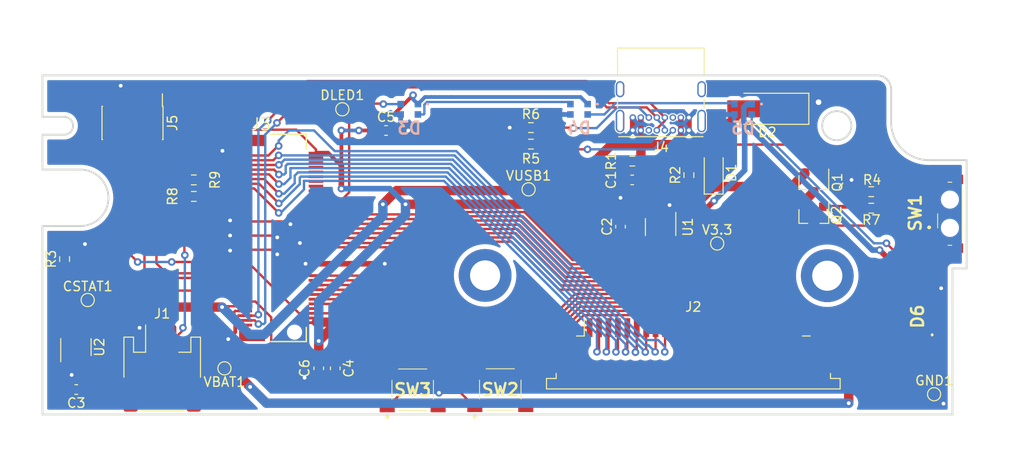
<source format=kicad_pcb>
(kicad_pcb (version 20221018) (generator pcbnew)
  (layers (0 "F.Cu" signal) (31 "B.Cu" signal) (34 "B.Paste" user) (35 "F.Paste" user) (36 "B.SilkS" user "B.Silkscreen") (37 "F.SilkS" user "F.Silkscreen") (38 "B.Mask" user) (39 "F.Mask" user) (44 "Edge.Cuts" user))
  (net 0 "")
  (net 1 "Net-(D1-K)")
  (net 2 "Net-(D3-DOUT)")
  (net 3 "Net-(D4-DOUT)")
  (net 4 "Net-(D5-DOUT)")
  (net 8 "GND")
  (net 10 "VBAT")
  (net 11 "DLED")
  (net 14 "Net-(J4-CC1)")
  (net 16 "COL15")
  (net 17 "COL14")
  (net 18 "COL13")
  (net 19 "COL12")
  (net 20 "COL11")
  (net 21 "COL10")
  (net 22 "COL9")
  (net 23 "COL8")
  (net 24 "COL7")
  (net 25 "COL6")
  (net 26 "COL5")
  (net 27 "COL4")
  (net 28 "COL3")
  (net 29 "COL2")
  (net 30 "ROW8")
  (net 31 "ROW7")
  (net 32 "ROW6")
  (net 33 "ROW5")
  (net 34 "ROW4")
  (net 35 "ROW3")
  (net 36 "ROW2")
  (net 37 "ROW1")
  (net 38 "COL1")
  (net 39 "VDIV")
  (net 40 "SWDIO")
  (net 41 "SWDCLK")
  (net 42 "CSTAT")
  (net 43 "BOOT")
  (net 44 "RESET")
  (net 45 "D-")
  (net 46 "D+")
  (net 47 "Net-(J4-CC2)")
  (net 52 "Net-(Q1-D)")
  (net 53 "Net-(Q2-G)")
  (net 54 "Net-(U1-CE)")
  (net 55 "Net-(U2-PROG)")
  (net 56 "Net-(SW1-C)")
  (net 57 "+3V3")
  (net 58 "+BATT")
  (net 59 "VBUS")
  (net 60 "/SWO")
  (net 63 "/CPU/P1.09")
  (net 64 "/CPU/P1.03")
  (net 65 "/CPU/P1.10")
  (net 66 "/CPU/P0.16")
  (net 67 "/CPU/P0.25")
  (net 68 "/CPU/P1.01")
  (net 69 "/CPU/P0.24")
  (net 70 "/CPU/P0.20")
  (net 71 "/CPU/P0.28(AIN4)")
  (footprint "Package_TO_SOT_SMD:SOT-23-5_HandSoldering" (layer "F.Cu") (at 79.25 93.25 90)
    (fp_text reference "U2")
    (fp_text value "MCP73831-2-OT")
  )
  (footprint "Connector_JST:JST_PH_S2B-PH-SM4-TB_1x02-1MP_P2.00mm_Horizontal" (layer "F.Cu") (at 88.4 95.5)
    (fp_text reference "J1")
    (fp_text value "JST-PH 2")
  )
  (footprint "Connector_FFC-FPC:TE_2-84952-3_1x23-1MP_P1.0mm_Horizontal" (layer "F.Cu") (at 144.72 92.98)
    (fp_text reference "J2")
    (fp_text value "Conn_01x23")
  )
  (footprint "SparkFun MicroMod:M.2-CONNECTOR-E" (layer "F.Cu") (at 102.43 81.66 -90)
    (fp_text reference "J3")
    (fp_text value "MicroMod-M.2E" hide)
  )
  (footprint "Capacitor_SMD:C_0603_1608Metric_Pad1.08x0.95mm_HandSolder" (layer "F.Cu") (at 112.1375 70.25)
    (fp_text reference "C5")
    (fp_text value "0.1uF")
  )
  (footprint "LibraryLoader:WS28122020" (layer "F.Cu") (at 170.6 90 -90)
    (fp_text reference "D6")
    (fp_text value "WS2812B" hide)
  )
  (footprint "Resistor_SMD:R_0603_1608Metric_Pad0.98x0.95mm_HandSolder" (layer "F.Cu") (at 78.05 83.9 90)
    (fp_text reference "R3")
    (fp_text value "RProg")
  )
  (footprint "Resistor_SMD:R_0603_1608Metric_Pad0.98x0.95mm_HandSolder" (layer "F.Cu") (at 127.5 69.95)
    (fp_text reference "R6")
    (fp_text value "5.1k 20%")
  )
  (footprint "LibraryLoader:EG1215AA" (layer "F.Cu") (at 171.93 79.09 90)
    (fp_text reference "SW1")
    (fp_text value "EG1215AA" hide)
  )
  (footprint "LibraryLoader:MJTP1140AAUTR - Fixed" (layer "F.Cu") (at 124.25 97.75)
    (fp_text reference "SW2")
    (fp_text value "SW_Push" hide)
  )
  (footprint "LibraryLoader:MJTP1140AAUTR - Fixed" (layer "F.Cu") (at 114.96 97.77)
    (fp_text reference "SW3")
    (fp_text value "SW_Push" hide)
  )
  (footprint "Resistor_SMD:R_0603_1608Metric_Pad0.98x0.95mm_HandSolder" (layer "F.Cu") (at 91.75 77.25)
    (fp_text reference "R8")
    (fp_text value "100K")
  )
  (footprint "Connector_USB:USB_C_Receptacle_GCT_USB4085" (layer "F.Cu") (at 144.25 70.23 180)
    (fp_text reference "J4")
    (fp_text value "USB_C_Receptacle_USB2.0")
  )
  (footprint "Package_TO_SOT_SMD:SOT-23" (layer "F.Cu") (at 157.5 79.35 -90)
    (fp_text reference "Q2")
    (fp_text value "Q_NMOS_DGS")
  )
  (footprint "Connector_PinHeader_1.27mm:PinHeader_2x05_P1.27mm_Vertical_SMD" (layer "F.Cu") (at 85.25 69.45 -90)
    (fp_text reference "J5")
    (fp_text value "Conn_ARM_JTAG_SWD_10")
  )
  (footprint "Diode_SMD:D_SMA_Handsoldering" (layer "F.Cu") (at 152.57 67.95 180)
    (fp_text reference "D2")
    (fp_text value "TVS 5V")
  )
  (footprint "Capacitor_SMD:C_0603_1608Metric_Pad1.08x0.95mm_HandSolder" (layer "F.Cu") (at 79.2875 97.75 180)
    (fp_text reference "C3")
    (fp_text value "10uF")
  )
  (footprint "Resistor_SMD:R_0603_1608Metric_Pad0.98x0.95mm_HandSolder" (layer "F.Cu") (at 91.75 75.5 180)
    (fp_text reference "R9")
    (fp_text value "100K")
  )
  (footprint "Capacitor_SMD:C_0603_1608Metric_Pad1.08x0.95mm_HandSolder" (layer "F.Cu") (at 106.75 95.5 -90)
    (fp_text reference "C4")
    (fp_text value "10uF")
  )
  (footprint "Resistor_SMD:R_0603_1608Metric_Pad0.98x0.95mm_HandSolder" (layer "F.Cu") (at 163.5875 78.5)
    (fp_text reference "R7")
    (fp_text value "100")
  )
  (footprint "Capacitor_SMD:C_0603_1608Metric_Pad1.08x0.95mm_HandSolder" (layer "F.Cu") (at 138.2375 75.5 180)
    (fp_text reference "C1")
    (fp_text value "10uF")
  )
  (footprint "Package_TO_SOT_SMD:SOT-23-5" (layer "F.Cu") (at 141.25 80.5 -90)
    (fp_text reference "U1")
    (fp_text value "XC6220B331MR")
  )
  (footprint "Capacitor_SMD:C_0603_1608Metric_Pad1.08x0.95mm_HandSolder" (layer "F.Cu") (at 137 80.4625 90)
    (fp_text reference "C2")
    (fp_text value "4.7uF")
  )
  (footprint "Resistor_SMD:R_0603_1608Metric_Pad0.98x0.95mm_HandSolder" (layer "F.Cu") (at 144.25 74.99 90)
    (fp_text reference "R2")
    (fp_text value "100K")
  )
  (footprint "Package_TO_SOT_SMD:SOT-23" (layer "F.Cu") (at 157.5 75.75 -90)
    (fp_text reference "Q1")
    (fp_text value "PMost Enc FET -20V")
  )
  (footprint "Capacitor_SMD:C_0603_1608Metric_Pad1.08x0.95mm_HandSolder" (layer "F.Cu") (at 105 95.5 -90)
    (fp_text reference "C6")
    (fp_text value "0.1uF")
  )
  (footprint "Resistor_SMD:R_0603_1608Metric_Pad0.98x0.95mm_HandSolder" (layer "F.Cu") (at 138.25 73.5 180)
    (fp_text reference "R1")
    (fp_text value "100K")
  )
  (footprint "Diode_SMD:D_SOD-123F" (layer "F.Cu") (at 146.88 74.8 90)
    (fp_text reference "D1")
    (fp_text value "MBR1020VL")
  )
  (footprint "Resistor_SMD:R_0603_1608Metric_Pad0.98x0.95mm_HandSolder" (layer "F.Cu") (at 127.5 71.7)
    (fp_text reference "R5")
    (fp_text value "5.1k 20%")
  )
  (footprint "MountingHole:MountingHole_3.2mm_M3_DIN965_Pad" (layer "F.Cu") (at 122.642658 85.639497)
    (fp_text reference "REF**" hide)
    (fp_text value "MountingHole_3.2mm_M3_DIN965_Pad" hide)
  )
  (footprint "MountingHole:MountingHole_3.2mm_M3_DIN965_Pad" (layer "F.Cu") (at 158.924732 85.669661)
    (fp_text reference "REF**" hide)
    (fp_text value "MountingHole_3.2mm_M3_DIN965_Pad" hide)
  )
  (footprint "TestPoint:TestPoint_Pad_D1.0mm" (layer "F.Cu") (at 107.5 68 180)
    (fp_text reference "DLED1")
    (fp_text value "T_DLED")
  )
  (footprint "TestPoint:TestPoint_Pad_D1.0mm" (layer "F.Cu") (at 95 95.5 180)
    (fp_text reference "VBAT1")
    (fp_text value "T_VBAT")
  )
  (footprint "TestPoint:TestPoint_Pad_D1.0mm" (layer "F.Cu") (at 80.5 88.25)
    (fp_text reference "CSTAT1")
    (fp_text value "T_CSTAT")
  )
  (footprint "TestPoint:TestPoint_Pad_D1.0mm" (layer "F.Cu") (at 170.25 98.25)
    (fp_text reference "GND1")
    (fp_text value "T_GND")
  )
  (footprint "TestPoint:TestPoint_Pad_D1.0mm" (layer "F.Cu") (at 127.25 76.5)
    (fp_text reference "VUSB1")
    (fp_text value "T_VUSB")
  )
  (footprint "TestPoint:TestPoint_Pad_D1.0mm" (layer "F.Cu") (at 147.25 82.25)
    (fp_text reference "V3.3")
    (fp_text value "T_V3.3")
  )
  (footprint "Resistor_SMD:R_0603_1608Metric_Pad0.98x0.95mm_HandSolder" (layer "F.Cu") (at 163.5875 76.75 180)
    (fp_text reference "R4")
    (fp_text value "100M")
  )
  (footprint "LibraryLoader:WS28122020" (layer "B.Cu") (at 114.6 68)
    (fp_text reference "D3")
    (fp_text value "WS2812B" hide)
  )
  (footprint "LibraryLoader:WS28122020" (layer "B.Cu") (at 132.6 68)
    (fp_text reference "D4")
    (fp_text value "WS2812B" hide)
  )
  (footprint "LibraryLoader:WS28122020" (layer "B.Cu") (at 150 68)
    (fp_text reference "D5")
    (fp_text value "WS2812B" hide)
  )
  (gr_line (start 172.2 100.4) (end 75.7 100.4) (stroke (width 0.2)) (layer "Edge.Cuts"))
  (gr_line (start 75.7 64.4) (end 164.2 64.4) (stroke (width 0.2)) (layer "Edge.Cuts"))
  (gr_line (start 165.7 65.9) (end 165.7 69.4) (stroke (width 0.2)) (layer "Edge.Cuts"))
  (gr_line (start 75.7 68.8) (end 78 68.8) (stroke (width 0.2)) (layer "Edge.Cuts"))
  (gr_line (start 79.7 74.4) (end 75.7 74.4) (stroke (width 0.2)) (layer "Edge.Cuts"))
  (gr_line (start 169.7 73.4) (end 173.7 73.4) (stroke (width 0.2)) (layer "Edge.Cuts"))
  (gr_arc (start 169.7 73.4) (mid 166.871573 72.228427) (end 165.7 69.4) (stroke (width 0.2)) (layer "Edge.Cuts"))
  (gr_line (start 172.2 84.9) (end 172.2 100.4) (stroke (width 0.2)) (layer "Edge.Cuts"))
  (gr_circle (center 159.934218 69.74357) (end 161.484218 69.74357) (stroke (width 0.2)) (fill none) (layer "Edge.Cuts"))
  (gr_line (start 75.7 100.4) (end 75.7 80.4) (stroke (width 0.2)) (layer "Edge.Cuts"))
  (gr_line (start 75.7 74.4) (end 75.7 70.7) (stroke (width 0.2)) (layer "Edge.Cuts"))
  (gr_arc (start 79.7 74.4) (mid 82.7 77.4) (end 79.7 80.4) (stroke (width 0.2)) (layer "Edge.Cuts"))
  (gr_line (start 75.7 64.4) (end 75.7 68.8) (stroke (width 0.2)) (layer "Edge.Cuts"))
  (gr_arc (start 77.999999 68.800001) (mid 78.949999 69.749999) (end 78.000001 70.699999) (stroke (width 0.2)) (layer "Edge.Cuts"))
  (gr_arc (start 164.2 64.4) (mid 165.26066 64.83934) (end 165.7 65.9) (stroke (width 0.2)) (layer "Edge.Cuts"))
  (gr_line (start 78 70.7) (end 75.7 70.7) (stroke (width 0.2)) (layer "Edge.Cuts"))
  (gr_line (start 173.7 84.9) (end 172.2 84.9) (stroke (width 0.2)) (layer "Edge.Cuts"))
  (gr_line (start 173.7 73.4) (end 173.7 84.9) (stroke (width 0.2)) (layer "Edge.Cuts"))
  (gr_line (start 75.7 80.4) (end 79.7 80.4) (stroke (width 0.2)) (layer "Edge.Cuts"))
  (segment (start 170.05 89.085) (end 170.05 87.075) (width 0.25) (layer "F.Cu") (net 0))
  (segment (start 170.05 87.075) (end 165.2 82.225) (width 0.25) (layer "F.Cu") (net 0))
  (segment (start 135.282083 68.55) (end 136.476123 67.35596) (width 0.25) (layer "B.Cu") (net 0))
  (segment (start 116.2 68.465) (end 116.2 67.507476) (width 0.25) (layer "B.Cu") (net 0))
  (segment (start 115.515 68.55) (end 116.115 68.55) (width 0.25) (layer "B.Cu") (net 0))
  (segment (start 163.873894 82.225) (end 150.915 69.266106) (width 0.25) (layer "B.Cu") (net 0))
  (segment (start 136.476123 67.35596) (end 148.99096 67.35596) (width 0.25) (layer "B.Cu") (net 0))
  (segment (start 133.515 68.55) (end 135.282083 68.55) (width 0.25) (layer "B.Cu") (net 0))
  (segment (start 165.2 82.225) (end 163.873894 82.225) (width 0.25) (layer "B.Cu") (net 0))
  (segment (start 150.915 69.266106) (end 150.915 68.55) (width 0.25) (layer "B.Cu") (net 0))
  (segment (start 131.460009 67.225009) (end 131.685 67.45) (width 0.25) (layer "B.Cu") (net 0))
  (segment (start 148.99096 67.35596) (end 149.085 67.45) (width 0.25) (layer "B.Cu") (net 0))
  (segment (start 116.115 68.55) (end 116.2 68.465) (width 0.25) (layer "B.Cu") (net 0))
  (segment (start 116.2 67.507476) (end 116.482467 67.225009) (width 0.25) (layer "B.Cu") (net 0))
  (segment (start 116.482467 67.225009) (end 131.460009 67.225009) (width 0.25) (layer "B.Cu") (net 0))
  (segment (start 155.176047 76.2) (end 146.88 76.2) (width 1) (layer "F.Cu") (net 1))
  (segment (start 156.55 74.75) (end 156.55 74.826047) (width 1) (layer "F.Cu") (net 1))
  (segment (start 144.99 73.99) (end 144.25 73.99) (width 0.4) (layer "F.Cu") (net 1))
  (segment (start 143.68 79.4) (end 146.88 76.2) (width 1) (layer "F.Cu") (net 1))
  (segment (start 156.55 74.826047) (end 155.176047 76.2) (width 1) (layer "F.Cu") (net 1))
  (segment (start 140.785 73.99) (end 139.275 75.5) (width 0.4) (layer "F.Cu") (net 1))
  (segment (start 146.88 75.88) (end 144.99 73.99) (width 0.4) (layer "F.Cu") (net 1))
  (segment (start 143.68 79.4) (end 142.275001 79.4) (width 1) (layer "F.Cu") (net 1))
  (segment (start 146.88 76.2) (end 146.88 75.88) (width 0.4) (layer "F.Cu") (net 1))
  (segment (start 144.25 73.99) (end 140.785 73.99) (width 0.4) (layer "F.Cu") (net 1))
  (segment (start 171.15 89.085) (end 171.15 87.15) (width 0.6) (layer "F.Cu") (net 4))
  (segment (start 171.15 87.15) (end 171 87) (width 0.6) (layer "F.Cu") (net 4))
  (via (at 171 87) (size 0.8) (drill 0.4) (layers "F.Cu" "B.Cu") (net 4))
  (segment (start 94.79 72.41) (end 97.155 72.41) (width 0.25) (layer "F.Cu") (net 8))
  (segment (start 96.13 89.41) (end 96.054999 89.485001) (width 0.25) (layer "F.Cu") (net 8))
  (segment (start 117.75 98.1005) (end 113.7795 98.1005) (width 0.25) (layer "F.Cu") (net 8))
  (segment (start 83 65.5) (end 84 65.5) (width 0.25) (layer "F.Cu") (net 8))
  (segment (start 103.6375 96.3625) (end 103.5 96.5) (width 0.4) (layer "F.Cu") (net 8))
  (segment (start 141.25 79.4) (end 141.25 78.594998) (width 0.6) (layer "F.Cu") (net 8))
  (segment (start 137 77.4) (end 137 75.7) (width 1) (layer "F.Cu") (net 8))
  (segment (start 96.054999 89.485001) (end 96.054999 90.820001) (width 0.25) (layer "F.Cu") (net 8))
  (segment (start 97.155 82.91) (end 95.69 82.91) (width 0.25) (layer "F.Cu") (net 8))
  (segment (start 121.55 99.6) (end 120.0505 98.1005) (width 0.25) (layer "F.Cu") (net 8))
  (segment (start 137.2 77.2) (end 137 77.4) (width 0.4) (layer "F.Cu") (net 8))
  (segment (start 104.705 82.16) (end 103.04 82.16) (width 0.25) (layer "F.Cu") (net 8))
  (segment (start 97.155 79.91) (end 101.71 79.91) (width 0.25) (layer "F.Cu") (net 8))
  (segment (start 78.25 96.75) (end 78.8 96.2) (width 0.4) (layer "F.Cu") (net 8))
  (segment (start 96.144998 91.655002) (end 95.4 92.4) (width 0.4) (layer "F.Cu") (net 8))
  (segment (start 120.0505 98.1005) (end 117.75 98.1005) (width 0.25) (layer "F.Cu") (net 8))
  (segment (start 155.07 67.95) (end 157.3 67.95) (width 1.5) (layer "F.Cu") (net 8))
  (segment (start 95.69 82.91) (end 95.6 83) (width 0.25) (layer "F.Cu") (net 8))
  (segment (start 170.25 98.25) (end 171.25 99.25) (width 0.4) (layer "F.Cu") (net 8))
  (segment (start 100.41 81.41) (end 100.6 81.6) (width 0.25) (layer "F.Cu") (net 8))
  (segment (start 162.675 76.75) (end 162.675 76.675) (width 0.4) (layer "F.Cu") (net 8))
  (segment (start 85.25 65.75) (end 85 65.5) (width 0.25) (layer "F.Cu") (net 8))
  (segment (start 137.2 75.5) (end 137.2 73.55) (width 1) (layer "F.Cu") (net 8))
  (segment (start 105 96.3625) (end 103.6375 96.3625) (width 0.4) (layer "F.Cu") (net 8))
  (segment (start 97.155 81.41) (end 95.61 81.41) (width 0.25) (layer "F.Cu") (net 8))
  (segment (start 97.155 82.91) (end 100.11 82.91) (width 0.25) (layer "F.Cu") (net 8))
  (segment (start 82.71 67.5) (end 82.71 65.79) (width 0.25) (layer "F.Cu") (net 8))
  (segment (start 126.5875 69.95) (end 126.5875 71.7) (width 0.4) (layer "F.Cu") (net 8))
  (segment (start 95.61 81.41) (end 95.6 81.4) (width 0.25) (layer "F.Cu") (net 8))
  (segment (start 97.155 81.41) (end 100.41 81.41) (width 0.25) (layer "F.Cu") (net 8))
  (segment (start 103.6 84.4) (end 112 84.4) (width 0.6) (layer "F.Cu") (net 8))
  (segment (start 96.054999 90.820001) (end 96.144998 90.91) (width 0.25) (layer "F.Cu") (net 8))
  (segment (start 138.3 70.23) (end 138.3 68.88) (width 0.6) (layer "F.Cu") (net 8))
  (segment (start 103.04 82.16) (end 103 82.2) (width 0.25) (layer "F.Cu") (net 8))
  (segment (start 79.25 95.75) (end 78.8 96.2) (width 0.6) (layer "F.Cu") (net 8))
  (segment (start 157.3 67.95) (end 158 67.25) (width 1.5) (layer "F.Cu") (net 8))
  (segment (start 85.25 65.75) (end 85.25 67.5) (width 0.25) (layer "F.Cu") (net 8))
  (segment (start 97.155 89.41) (end 96.13 89.41) (width 0.25) (layer "F.Cu") (net 8))
  (segment (start 137.2 75.5) (end 137.2 77.2) (width 0.4) (layer "F.Cu") (net 8))
  (segment (start 87.4 92.65) (end 87.4 92.6) (width 1) (layer "F.Cu") (net 8))
  (segment (start 137 79.425) (end 137 77.4) (width 1) (layer "F.Cu") (net 8))
  (segment (start 90.8375 74.9125) (end 90.8375 75.5) (width 0.25) (layer "F.Cu") (net 8))
  (segment (start 85 65.5) (end 84 65.5) (width 0.25) (layer "F.Cu") (net 8))
  (segment (start 100.11 82.91) (end 100.6 83.4) (width 0.25) (layer "F.Cu") (net 8))
  (segment (start 93.34 72.41) (end 94.79 72.41) (width 0.25) (layer "F.Cu") (net 8))
  (segment (start 101.71 79.91) (end 102 80.2) (width 0.25) (layer "F.Cu") (net 8))
  (segment (start 141.675 78.169998) (end 142.2 78.169998) (width 0.6) (layer "F.Cu") (net 8))
  (segment (start 105 96.3625) (end 106.75 96.3625) (width 0.4) (layer "F.Cu") (net 8))
  (segment (start 113 70.25) (end 114.5 70.25) (width 0.4) (layer "F.Cu") (net 8))
  (segment (start 78.25 97.75) (end 78.25 96.75) (width 0.4) (layer "F.Cu") (net 8))
  (segment (start 144.25 70.23) (end 144.25 68.88) (width 0.6) (layer "F.Cu") (net 8))
  (segment (start 79.25 94.6) (end 79.25 95.75) (width 0.6) (layer "F.Cu") (net 8))
  (segment (start 86.52 67.5) (end 85.25 67.5) (width 0.25) (layer "F.Cu") (net 8))
  (segment (start 137 75.7) (end 137.2 75.5) (width 1) (layer "F.Cu") (net 8))
  (segment (start 93.34 72.41) (end 90.8375 74.9125) (width 0.25) (layer "F.Cu") (net 8))
  (segment (start 87.4 92.6) (end 86 91.2) (width 1) (layer "F.Cu") (net 8))
  (segment (start 97.155 90.91) (end 96.144998 90.91) (width 0.25) (layer "F.Cu") (net 8))
  (segment (start 125.25 69.95) (end 126.5875 69.95) (width 0.4) (layer "F.Cu") (net 8))
  (segment (start 80.21 82.31) (end 78.09 82.31) (width 0.4) (layer "F.Cu") (net 8))
  (segment (start 137.2 73.55) (end 137.25 73.5) (width 1) (layer "F.Cu") (net 8))
  (segment (start 141.25 78.594998) (end 141.675 78.169998) (width 0.6) (layer "F.Cu") (net 8))
  (segment (start 162.675 76.675) (end 161.5 75.5) (width 0.4) (layer "F.Cu") (net 8))
  (segment (start 95.71 79.91) (end 95.6 79.8) (width 0.25) (layer "F.Cu") (net 8))
  (segment (start 78.09 82.31) (end 78.05 82.35) (width 0.4) (layer "F.Cu") (net 8))
  (segment (start 97.155 79.91) (end 95.71 79.91) (width 0.25) (layer "F.Cu") (net 8))
  (segment (start 113.7795 98.1005) (end 112.26 99.62) (width 0.25) (layer "F.Cu") (net 8))
  (segment (start 96.144998 90.91) (end 96.144998 91.655002) (width 0.4) (layer "F.Cu") (net 8))
  (segment (start 82.71 65.79) (end 83 65.5) (width 0.25) (layer "F.Cu") (net 8))
  (via (at 114.5 70.25) (size 0.8) (drill 0.4) (layers "F.Cu" "B.Cu") (net 8))
  (via (at 84 65.5) (size 0.8) (drill 0.4) (layers "F.Cu" "B.Cu") (net 8))
  (via (at 78.8 96.2) (size 0.8) (drill 0.4) (layers "F.Cu" "B.Cu") (net 8))
  (via (at 171.25 99.25) (size 0.8) (drill 0.4) (layers "F.Cu" "B.Cu") (net 8))
  (via (at 161.5 75.5) (size 0.8) (drill 0.4) (layers "F.Cu" "B.Cu") (net 8))
  (via (at 137 77.4) (size 0.8) (drill 0.4) (layers "F.Cu" "B.Cu") (net 8))
  (via (at 103 82.2) (size 0.8) (drill 0.4) (layers "F.Cu" "B.Cu") (net 8))
  (via (at 100.6 83.4) (size 0.8) (drill 0.4) (layers "F.Cu" "B.Cu") (net 8))
  (via (at 95.6 81.4) (size 0.8) (drill 0.4) (layers "F.Cu" "B.Cu") (net 8))
  (via (at 125.25 69.95) (size 0.8) (drill 0.4) (layers "F.Cu" "B.Cu") (net 8))
  (via (at 95.4 92.4) (size 0.8) (drill 0.4) (layers "F.Cu" "B.Cu") (net 8))
  (via (at 100.6 81.6) (size 0.8) (drill 0.4) (layers "F.Cu" "B.Cu") (net 8))
  (via (at 80.21 82.31) (size 0.8) (drill 0.4) (layers "F.Cu" "B.Cu") (net 8))
  (via (at 117.75 98.1005) (size 0.8) (drill 0.4) (layers "F.Cu" "B.Cu") (net 8))
  (via (at 94.79 72.41) (size 0.8) (drill 0.4) (layers "F.Cu" "B.Cu") (net 8))
  (via (at 158 67.25) (size 1) (drill 0.6) (layers "F.Cu" "B.Cu") (net 8))
  (via (at 86 91.2) (size 0.8) (drill 0.4) (layers "F.Cu" "B.Cu") (net 8))
  (via (at 102 80.2) (size 0.8) (drill 0.4) (layers "F.Cu" "B.Cu") (net 8))
  (via (at 103.5 96.5) (size 0.8) (drill 0.4) (layers "F.Cu" "B.Cu") (net 8))
  (via (at 95.6 79.8) (size 0.8) (drill 0.4) (layers "F.Cu" "B.Cu") (net 8))
  (via (at 95.6 83) (size 0.8) (drill 0.4) (layers "F.Cu" "B.Cu") (net 8))
  (via (at 112 84.4) (size 0.8) (drill 0.4) (layers "F.Cu" "B.Cu") (net 8))
  (via (at 103.6 84.4) (size 0.8) (drill 0.4) (layers "F.Cu" "B.Cu") (net 8))
  (via (at 142.2 78.169998) (size 0.8) (drill 0.4) (layers "F.Cu" "B.Cu") (net 8))
  (segment (start 104.705 78.16) (end 106.886032 78.16) (width 0.25) (layer "F.Cu") (net 11))
  (segment (start 108.225001 68.774999) (end 108.225001 68.725001) (width 0.25) (layer "F.Cu") (net 11))
  (segment (start 109.6 67.4) (end 111.8 67.4) (width 0.25) (layer "F.Cu") (net 11))
  (segment (start 108.225001 76.821031) (end 108.225001 69.024999) (width 0.25) (layer "F.Cu") (net 11))
  (segment (start 108.225001 68.774999) (end 109.6 67.4) (width 0.25) (layer "F.Cu") (net 11))
  (segment (start 108.225001 69.024999) (end 108.225001 68.774999) (width 0.25) (layer "F.Cu") (net 11))
  (segment (start 111.8 67.4) (end 111.85 67.45) (width 0.25) (layer "F.Cu") (net 11))
  (segment (start 108.225001 68.725001) (end 107.5 68) (width 0.25) (layer "F.Cu") (net 11))
  (segment (start 106.886032 78.16) (end 108.225001 76.821031) (width 0.25) (layer "F.Cu") (net 11))
  (via (at 111.85 67.45) (size 0.8) (drill 0.4) (layers "F.Cu" "B.Cu") (net 11))
  (segment (start 111.85 67.45) (end 113.685 67.45) (width 0.25) (layer "B.Cu") (net 11))
  (segment (start 128.4125 71.7) (end 128.9625 72.25) (width 0.25) (layer "F.Cu") (net 14))
  (segment (start 128.9625 72.25) (end 133.5 72.25) (width 0.25) (layer "F.Cu") (net 14))
  (via (at 133.5 72.25) (size 0.8) (drill 0.4) (layers "F.Cu" "B.Cu") (net 14))
  (segment (start 141.027536 71.747536) (end 141.03 71.75) (width 0.25) (layer "B.Cu") (net 14))
  (segment (start 141.03 71.75) (end 142.55 70.23) (width 0.25) (layer "B.Cu") (net 14))
  (segment (start 133.5 72.25) (end 140.525072 72.25) (width 0.25) (layer "B.Cu") (net 14))
  (segment (start 140.525072 72.25) (end 141.027536 71.747536) (width 0.25) (layer "B.Cu") (net 14))
  (segment (start 149.74995 83.99995) (end 131.908544 83.99995) (width 0.25) (layer "F.Cu") (net 16))
  (segment (start 118.16 79.16) (end 104.705 79.16) (width 0.25) (layer "F.Cu") (net 16))
  (segment (start 155.72 91.18) (end 155.72 89.97) (width 0.25) (layer "F.Cu") (net 16))
  (segment (start 131.908544 83.99995) (end 126.818604 78.91001) (width 0.25) (layer "F.Cu") (net 16))
  (segment (start 118.40999 78.91001) (end 118.16 79.16) (width 0.25) (layer "F.Cu") (net 16))
  (segment (start 126.818604 78.91001) (end 118.40999 78.91001) (width 0.25) (layer "F.Cu") (net 16))
  (segment (start 155.72 89.97) (end 149.74995 83.99995) (width 0.25) (layer "F.Cu") (net 16))
  (segment (start 131.722144 84.44996) (end 127.261092 79.988908) (width 0.25) (layer "F.Cu") (net 17))
  (segment (start 127.261092 79.988908) (end 127.032166 79.759982) (width 0.25) (layer "F.Cu") (net 17))
  (segment (start 118.29641 79.66) (end 118.09 79.66) (width 0.25) (layer "F.Cu") (net 17))
  (segment (start 154.72 89.93) (end 149.23996 84.44996) (width 0.25) (layer "F.Cu") (net 17))
  (segment (start 127.261092 79.988908) (end 126.932184 79.66) (width 0.25) (layer "F.Cu") (net 17))
  (segment (start 118.09 79.66) (end 104.705 79.66) (width 0.25) (layer "F.Cu") (net 17))
  (segment (start 126.61002 79.36002) (end 118.59639 79.36002) (width 0.25) (layer "F.Cu") (net 17))
  (segment (start 118.59639 79.36002) (end 118.29641 79.66) (width 0.25) (layer "F.Cu") (net 17))
  (segment (start 127.032166 79.759982) (end 126.636092 79.363908) (width 0.25) (layer "F.Cu") (net 17))
  (segment (start 154.72 91.18) (end 154.72 89.93) (width 0.25) (layer "F.Cu") (net 17))
  (segment (start 149.23996 84.44996) (end 131.722144 84.44996) (width 0.25) (layer "F.Cu") (net 17))
  (segment (start 118.78279 79.81003) (end 118.43282 80.16) (width 0.25) (layer "F.Cu") (net 18))
  (segment (start 148.68997 84.89997) (end 131.535744 84.89997) (width 0.25) (layer "F.Cu") (net 18))
  (segment (start 153.72 89.93) (end 148.68997 84.89997) (width 0.25) (layer "F.Cu") (net 18))
  (segment (start 126.845765 80.209991) (end 126.445804 79.81003) (width 0.25) (layer "F.Cu") (net 18))
  (segment (start 118.09 80.16) (end 104.705 80.16) (width 0.25) (layer "F.Cu") (net 18))
  (segment (start 131.535744 84.89997) (end 126.845765 80.209991) (width 0.25) (layer "F.Cu") (net 18))
  (segment (start 153.72 91.18) (end 153.72 89.93) (width 0.25) (layer "F.Cu") (net 18))
  (segment (start 126.42362 79.81003) (end 118.78279 79.81003) (width 0.25) (layer "F.Cu") (net 18))
  (segment (start 118.43282 80.16) (end 118.09 80.16) (width 0.25) (layer "F.Cu") (net 18))
  (segment (start 118.96919 80.26004) (end 118.56923 80.66) (width 0.25) (layer "F.Cu") (net 19))
  (segment (start 117.84 80.66) (end 104.705 80.66) (width 0.25) (layer "F.Cu") (net 19))
  (segment (start 126.23722 80.26004) (end 118.96919 80.26004) (width 0.25) (layer "F.Cu") (net 19))
  (segment (start 118.56923 80.66) (end 117.84 80.66) (width 0.25) (layer "F.Cu") (net 19))
  (segment (start 148.09998 85.34998) (end 131.349344 85.34998) (width 0.25) (layer "F.Cu") (net 19))
  (segment (start 152.72 91.18) (end 152.72 89.97) (width 0.25) (layer "F.Cu") (net 19))
  (segment (start 131.349344 85.34998) (end 126.659364 80.66) (width 0.25) (layer "F.Cu") (net 19))
  (segment (start 126.659364 80.66) (end 126.259404 80.26004) (width 0.25) (layer "F.Cu") (net 19))
  (segment (start 152.72 89.97) (end 148.09998 85.34998) (width 0.25) (layer "F.Cu") (net 19))
  (segment (start 147.58999 85.79999) (end 131.162944 85.79999) (width 0.25) (layer "F.Cu") (net 20))
  (segment (start 126.472964 81.11001) (end 126.073004 80.71005) (width 0.25) (layer "F.Cu") (net 20))
  (segment (start 151.72 89.93) (end 147.58999 85.79999) (width 0.25) (layer "F.Cu") (net 20))
  (segment (start 126.05082 80.71005) (end 119.15559 80.71005) (width 0.25) (layer "F.Cu") (net 20))
  (segment (start 131.162944 85.79999) (end 126.472964 81.11001) (width 0.25) (layer "F.Cu") (net 20))
  (segment (start 118.16 81.16) (end 104.705 81.16) (width 0.25) (layer "F.Cu") (net 20))
  (segment (start 151.72 91.18) (end 151.72 89.93) (width 0.25) (layer "F.Cu") (net 20))
  (segment (start 119.15559 80.71005) (end 118.70564 81.16) (width 0.25) (layer "F.Cu") (net 20))
  (segment (start 118.70564 81.16) (end 118.16 81.16) (width 0.25) (layer "F.Cu") (net 20))
  (segment (start 125.886604 81.16006) (end 119.34199 81.16006) (width 0.25) (layer "F.Cu") (net 21))
  (segment (start 147.04 86.25) (end 130.976544 86.25) (width 0.25) (layer "F.Cu") (net 21))
  (segment (start 150.72 89.93) (end 147.04 86.25) (width 0.25) (layer "F.Cu") (net 21))
  (segment (start 119.34199 81.16006) (end 118.84205 81.66) (width 0.25) (layer "F.Cu") (net 21))
  (segment (start 118.84205 81.66) (end 118.41 81.66) (width 0.25) (layer "F.Cu") (net 21))
  (segment (start 130.976544 86.25) (end 125.886604 81.16006) (width 0.25) (layer "F.Cu") (net 21))
  (segment (start 118.41 81.66) (end 104.705 81.66) (width 0.25) (layer "F.Cu") (net 21))
  (segment (start 150.72 91.18) (end 150.72 89.93) (width 0.25) (layer "F.Cu") (net 21))
  (segment (start 146.704933 86.704933) (end 130.704933 86.704933) (width 0.25) (layer "F.Cu") (net 22))
  (segment (start 106.14 82.66) (end 104.705 82.66) (width 0.25) (layer "F.Cu") (net 22))
  (segment (start 118.93846 82.2) (end 106.6 82.2) (width 0.25) (layer "F.Cu") (net 22))
  (segment (start 119.52839 81.61007) (end 118.93846 82.2) (width 0.25) (layer "F.Cu") (net 22))
  (segment (start 130.704933 86.704933) (end 125.61007 81.61007) (width 0.25) (layer "F.Cu") (net 22))
  (segment (start 149.72 91.18) (end 149.72 89.72) (width 0.25) (layer "F.Cu") (net 22))
  (segment (start 106.6 82.2) (end 106.14 82.66) (width 0.25) (layer "F.Cu") (net 22))
  (segment (start 125.61007 81.61007) (end 119.52839 81.61007) (width 0.25) (layer "F.Cu") (net 22))
  (segment (start 149.72 89.72) (end 146.704933 86.704933) (width 0.25) (layer "F.Cu") (net 22))
  (segment (start 130.518532 87.154942) (end 125.42367 82.06008) (width 0.25) (layer "F.Cu") (net 23))
  (segment (start 148.72 89.72) (end 146.154943 87.154943) (width 0.25) (layer "F.Cu") (net 23))
  (segment (start 125.42367 82.06008) (end 119.71479 82.06008) (width 0.25) (layer "F.Cu") (net 23))
  (segment (start 106.27641 83.16) (end 104.705 83.16) (width 0.25) (layer "F.Cu") (net 23))
  (segment (start 106.7864 82.65001) (end 106.27641 83.16) (width 0.25) (layer "F.Cu") (net 23))
  (segment (start 146.154943 87.154943) (end 130.518532 87.154942) (width 0.25) (layer "F.Cu") (net 23))
  (segment (start 148.72 91.18) (end 148.72 89.72) (width 0.25) (layer "F.Cu") (net 23))
  (segment (start 119.71479 82.06008) (end 119.12486 82.65001) (width 0.25) (layer "F.Cu") (net 23))
  (segment (start 119.12486 82.65001) (end 106.7864 82.65001) (width 0.25) (layer "F.Cu") (net 23))
  (segment (start 132.181587 87.604952) (end 130.6316 89.154939) (width 0.25) (layer "F.Cu") (net 24))
  (segment (start 111.36056 85.66) (end 104.705 85.66) (width 0.25) (layer "F.Cu") (net 24))
  (segment (start 147.72 89.93) (end 145.394953 87.604953) (width 0.25) (layer "F.Cu") (net 24))
  (segment (start 130.6316 89.154939) (end 114.855499 89.154939) (width 0.25) (layer "F.Cu") (net 24))
  (segment (start 145.394953 87.604953) (end 132.181587 87.604952) (width 0.25) (layer "F.Cu") (net 24))
  (segment (start 147.72 91.18) (end 147.72 89.93) (width 0.25) (layer "F.Cu") (net 24))
  (segment (start 114.855499 89.154939) (end 111.36056 85.66) (width 0.25) (layer "F.Cu") (net 24))
  (segment (start 113.282075 88.217925) (end 111.22415 86.16) (width 0.25) (layer "F.Cu") (net 25))
  (segment (start 130.818 89.604949) (end 114.669099 89.604949) (width 0.25) (layer "F.Cu") (net 25))
  (segment (start 134.195038 88.054962) (end 132.367986 88.054963) (width 0.25) (layer "F.Cu") (net 25))
  (segment (start 132.367986 88.054963) (end 130.818 89.604949) (width 0.25) (layer "F.Cu") (net 25))
  (segment (start 134.195038 88.054962) (end 133.304962 88.054962) (width 0.25) (layer "F.Cu") (net 25))
  (segment (start 144.844962 88.054962) (end 134.195038 88.054962) (width 0.25) (layer "F.Cu") (net 25))
  (segment (start 111.22415 86.16) (end 104.705 86.16) (width 0.25) (layer "F.Cu") (net 25))
  (segment (start 146.72 91.18) (end 146.72 89.93) (width 0.25) (layer "F.Cu") (net 25))
  (segment (start 146.72 89.93) (end 144.844962 88.054962) (width 0.25) (layer "F.Cu") (net 25))
  (segment (start 133.304962 88.054962) (end 132.367986 88.054963) (width 0.25) (layer "F.Cu") (net 25))
  (segment (start 114.669099 89.604949) (end 113.282075 88.217925) (width 0.25) (layer "F.Cu") (net 25))
  (segment (start 131.0044 90.054959) (end 114.482699 90.054959) (width 0.25) (layer "F.Cu") (net 26))
  (segment (start 145.72 90.289998) (end 143.934973 88.504971) (width 0.25) (layer "F.Cu") (net 26))
  (segment (start 114.482699 90.054959) (end 111.08774 86.66) (width 0.25) (layer "F.Cu") (net 26))
  (segment (start 132.554387 88.504972) (end 131.0044 90.054959) (width 0.25) (layer "F.Cu") (net 26))
  (segment (start 145.72 91.18) (end 145.72 90.289998) (width 0.25) (layer "F.Cu") (net 26))
  (segment (start 143.934973 88.504971) (end 132.554387 88.504972) (width 0.25) (layer "F.Cu") (net 26))
  (segment (start 111.08774 86.66) (end 104.705 86.66) (width 0.25) (layer "F.Cu") (net 26))
  (segment (start 114.296299 90.504969) (end 110.95133 87.16) (width 0.25) (layer "F.Cu") (net 27))
  (segment (start 144.72 91.18) (end 144.72 89.93) (width 0.25) (layer "F.Cu") (net 27))
  (segment (start 110.95133 87.16) (end 104.705 87.16) (width 0.25) (layer "F.Cu") (net 27))
  (segment (start 144.72 89.93) (end 143.74498 88.95498) (width 0.25) (layer "F.Cu") (net 27))
  (segment (start 132.740788 88.954981) (end 131.1908 90.504969) (width 0.25) (layer "F.Cu") (net 27))
  (segment (start 143.74498 88.95498) (end 132.740788 88.954981) (width 0.25) (layer "F.Cu") (net 27))
  (segment (start 131.1908 90.504969) (end 114.296299 90.504969) (width 0.25) (layer "F.Cu") (net 27))
  (segment (start 133.34501 89.40499) (end 132.927189 89.40499) (width 0.25) (layer "F.Cu") (net 28))
  (segment (start 110.81492 87.66) (end 104.705 87.66) (width 0.25) (layer "F.Cu") (net 28))
  (segment (start 143.72 89.724988) (end 143.400001 89.404989) (width 0.25) (layer "F.Cu") (net 28))
  (segment (start 112.45246 89.29754) (end 110.81492 87.66) (width 0.25) (layer "F.Cu") (net 28))
  (segment (start 143.400001 89.404989) (end 133.34501 89.40499) (width 0.25) (layer "F.Cu") (net 28))
  (segment (start 114.109899 90.954979) (end 112.45246 89.29754) (width 0.25) (layer "F.Cu") (net 28))
  (segment (start 132.927189 89.40499) (end 131.3772 90.954979) (width 0.25) (layer "F.Cu") (net 28))
  (segment (start 131.3772 90.954979) (end 114.109899 90.954979) (width 0.25) (layer "F.Cu") (net 28))
  (segment (start 143.72 91.18) (end 143.72 89.724988) (width 0.25) (layer "F.Cu") (net 28))
  (segment (start 142.644999 89.854999) (end 133.11359 89.854999) (width 0.25) (layer "F.Cu") (net 29))
  (segment (start 131.5636 91.404989) (end 113.923499 91.404989) (width 0.25) (layer "F.Cu") (net 29))
  (segment (start 133.11359 89.854999) (end 131.5636 91.404989) (width 0.25) (layer "F.Cu") (net 29))
  (segment (start 113.923499 91.404989) (end 110.67851 88.16) (width 0.25) (layer "F.Cu") (net 29))
  (segment (start 110.67851 88.16) (end 104.705 88.16) (width 0.25) (layer "F.Cu") (net 29))
  (segment (start 142.72 89.93) (end 142.644999 89.854999) (width 0.25) (layer "F.Cu") (net 29))
  (segment (start 142.72 91.18) (end 142.72 89.93) (width 0.25) (layer "F.Cu") (net 29))
  (segment (start 99.660549 72.91) (end 100.674405 71.896144) (width 0.25) (layer "F.Cu") (net 30))
  (segment (start 141.72 91.18) (end 141.72 93.729528) (width 0.25) (layer "F.Cu") (net 30))
  (segment (start 100.674405 71.896144) (end 100.7503 71.896144) (width 0.25) (layer "F.Cu") (net 30))
  (segment (start 97.155 72.91) (end 99.660549 72.91) (width 0.25) (layer "F.Cu") (net 30))
  (segment (start 141.72 93.729528) (end 141.689706 93.759822) (width 0.25) (layer "F.Cu") (net 30))
  (via (at 141.689706 93.759822) (size 0.8) (drill 0.4) (layers "F.Cu" "B.Cu") (net 30))
  (via (at 100.7503 71.896144) (size 0.8) (drill 0.4) (layers "F.Cu" "B.Cu") (net 30))
  (segment (start 104.5 70.25) (end 106.696132 72.446132) (width 0.25) (layer "B.Cu") (net 30))
  (segment (start 140.995569 92.5) (end 141.689706 93.194137) (width 0.25) (layer "B.Cu") (net 30))
  (segment (start 100.7503 71.330459) (end 101.830759 70.25) (width 0.25) (layer "B.Cu") (net 30))
  (segment (start 101.830759 70.25) (end 104.5 70.25) (width 0.25) (layer "B.Cu") (net 30))
  (segment (start 106.696132 72.446132) (end 119.582542 72.446132) (width 0.25) (layer "B.Cu") (net 30))
  (segment (start 100.7503 71.896144) (end 100.7503 71.330459) (width 0.25) (layer "B.Cu") (net 30))
  (segment (start 119.582542 72.446132) (end 139.63641 92.5) (width 0.25) (layer "B.Cu") (net 30))
  (segment (start 139.63641 92.5) (end 140.995569 92.5) (width 0.25) (layer "B.Cu") (net 30))
  (segment (start 141.689706 93.194137) (end 141.689706 93.759822) (width 0.25) (layer "B.Cu") (net 30))
  (segment (start 140.72 93.704223) (end 140.668507 93.755716) (width 0.25) (layer "F.Cu") (net 31))
  (segment (start 97.155 73.41) (end 100.185187 73.41) (width 0.25) (layer "F.Cu") (net 31))
  (segment (start 140.72 91.18) (end 140.72 93.704223) (width 0.25) (layer "F.Cu") (net 31))
  (segment (start 100.699045 72.896142) (end 100.747409 72.896142) (width 0.25) (layer "F.Cu") (net 31))
  (segment (start 100.185187 73.41) (end 100.699045 72.896142) (width 0.25) (layer "F.Cu") (net 31))
  (via (at 140.668507 93.755716) (size 0.8) (drill 0.4) (layers "F.Cu" "B.Cu") (net 31))
  (via (at 100.747409 72.896142) (size 0.8) (drill 0.4) (layers "F.Cu" "B.Cu") (net 31))
  (segment (start 139.961969 93.049178) (end 140.668507 93.755716) (width 0.25) (layer "B.Cu") (net 31))
  (segment (start 119.353858 72.896142) (end 119.396142 72.896142) (width 0.25) (layer "B.Cu") (net 31))
  (segment (start 139.549178 93.049178) (end 139.961969 93.049178) (width 0.25) (layer "B.Cu") (net 31))
  (segment (start 119.396142 72.896142) (end 139.549178 93.049178) (width 0.25) (layer "B.Cu") (net 31))
  (segment (start 100.747409 72.896142) (end 119.353858 72.896142) (width 0.25) (layer "B.Cu") (net 31))
  (segment (start 139.72 91.18) (end 139.72 93.678918) (width 0.25) (layer "F.Cu") (net 32))
  (segment (start 97.155 73.91) (end 100.758189 73.91) (width 0.25) (layer "F.Cu") (net 32))
  (segment (start 100.758189 73.91) (end 100.772356 73.895833) (width 0.25) (layer "F.Cu") (net 32))
  (segment (start 139.72 93.678918) (end 139.624739 93.774179) (width 0.25) (layer "F.Cu") (net 32))
  (via (at 100.772356 73.895833) (size 0.8) (drill 0.4) (layers "F.Cu" "B.Cu") (net 32))
  (via (at 139.624739 93.774179) (size 0.8) (drill 0.4) (layers "F.Cu" "B.Cu") (net 32))
  (segment (start 100.772356 73.895833) (end 100.82072 73.895833) (width 0.25) (layer "B.Cu") (net 32))
  (segment (start 119.209343 73.346152) (end 139.624739 93.761548) (width 0.25) (layer "B.Cu") (net 32))
  (segment (start 101.370401 73.346152) (end 119.209343 73.346152) (width 0.25) (layer "B.Cu") (net 32))
  (segment (start 100.82072 73.895833) (end 101.370401 73.346152) (width 0.25) (layer "B.Cu") (net 32))
  (segment (start 139.624739 93.761548) (end 139.624739 93.774179) (width 0.25) (layer "B.Cu") (net 32))
  (segment (start 138.72 93.653613) (end 138.581901 93.791712) (width 0.25) (layer "F.Cu") (net 33))
  (segment (start 100.261221 74.41) (end 100.771125 74.919904) (width 0.25) (layer "F.Cu") (net 33))
  (segment (start 138.72 91.18) (end 138.72 93.653613) (width 0.25) (layer "F.Cu") (net 33))
  (segment (start 97.155 74.41) (end 100.261221 74.41) (width 0.25) (layer "F.Cu") (net 33))
  (via (at 138.581901 93.791712) (size 0.8) (drill 0.4) (layers "F.Cu" "B.Cu") (net 33))
  (via (at 100.771125 74.919904) (size 0.8) (drill 0.4) (layers "F.Cu" "B.Cu") (net 33))
  (segment (start 138.581901 93.35512) (end 138.581901 93.791712) (width 0.25) (layer "B.Cu") (net 33))
  (segment (start 101.33681 74.919904) (end 101.497357 74.759357) (width 0.25) (layer "B.Cu") (net 33))
  (segment (start 119.022943 73.796162) (end 138.581901 93.35512) (width 0.25) (layer "B.Cu") (net 33))
  (segment (start 101.703838 73.796162) (end 119.022943 73.796162) (width 0.25) (layer "B.Cu") (net 33))
  (segment (start 101.497357 74.002643) (end 101.703838 73.796162) (width 0.25) (layer "B.Cu") (net 33))
  (segment (start 100.771125 74.919904) (end 101.33681 74.919904) (width 0.25) (layer "B.Cu") (net 33))
  (segment (start 101.497357 74.759357) (end 101.497357 74.002643) (width 0.25) (layer "B.Cu") (net 33))
  (segment (start 99.735915 74.91) (end 100.767863 75.941948) (width 0.25) (layer "F.Cu") (net 34))
  (segment (start 137.581508 93.766799) (end 137.533811 93.766799) (width 0.25) (layer "F.Cu") (net 34))
  (segment (start 137.72 93.58061) (end 137.533811 93.766799) (width 0.25) (layer "F.Cu") (net 34))
  (segment (start 137.72 91.18) (end 137.72 93.58061) (width 0.25) (layer "F.Cu") (net 34))
  (segment (start 97.155 74.91) (end 99.735915 74.91) (width 0.25) (layer "F.Cu") (net 34))
  (via (at 137.533811 93.766799) (size 0.8) (drill 0.4) (layers "F.Cu" "B.Cu") (net 34))
  (via (at 100.767863 75.941948) (size 0.8) (drill 0.4) (layers "F.Cu" "B.Cu") (net 34))
  (segment (start 102 75.275496) (end 102 74.25) (width 0.25) (layer "B.Cu") (net 34))
  (segment (start 101.333548 75.941948) (end 102 75.275496) (width 0.25) (layer "B.Cu") (net 34))
  (segment (start 137.533811 92.94344) (end 137.533811 93.766799) (width 0.25) (layer "B.Cu") (net 34))
  (segment (start 102 74.25) (end 118.840371 74.25) (width 0.25) (layer "B.Cu") (net 34))
  (segment (start 118.840371 74.25) (end 137.533811 92.94344) (width 0.25) (layer "B.Cu") (net 34))
  (segment (start 100.767863 75.941948) (end 101.333548 75.941948) (width 0.25) (layer "B.Cu") (net 34))
  (segment (start 136.72 91.18) (end 136.72 93.555305) (width 0.25) (layer "F.Cu") (net 35))
  (segment (start 97.155 75.41) (end 99.21061 75.41) (width 0.25) (layer "F.Cu") (net 35))
  (segment (start 136.72 93.555305) (end 136.512654 93.762651) (width 0.25) (layer "F.Cu") (net 35))
  (segment (start 99.21061 75.41) (end 100.766799 76.966189) (width 0.25) (layer "F.Cu") (net 35))
  (via (at 136.512654 93.762651) (size 0.8) (drill 0.4) (layers "F.Cu" "B.Cu") (net 35))
  (via (at 100.766799 76.966189) (size 0.8) (drill 0.4) (layers "F.Cu" "B.Cu") (net 35))
  (segment (start 100.766799 76.966189) (end 101.332484 76.966189) (width 0.25) (layer "B.Cu") (net 35))
  (segment (start 102.45001 75.848663) (end 102.45001 75.04999) (width 0.25) (layer "B.Cu") (net 35))
  (segment (start 102.79999 74.70001) (end 118.653971 74.70001) (width 0.25) (layer "B.Cu") (net 35))
  (segment (start 136.512654 92.558693) (end 136.512654 93.762651) (width 0.25) (layer "B.Cu") (net 35))
  (segment (start 118.653971 74.70001) (end 136.512654 92.558693) (width 0.25) (layer "B.Cu") (net 35))
  (segment (start 101.332484 76.966189) (end 102.45001 75.848663) (width 0.25) (layer "B.Cu") (net 35))
  (segment (start 102.45001 75.04999) (end 102.79999 74.70001) (width 0.25) (layer "B.Cu") (net 35))
  (segment (start 135.72 93.53) (end 135.5 93.75) (width 0.25) (layer "F.Cu") (net 36))
  (segment (start 98.685305 75.91) (end 100.762651 77.987346) (width 0.25) (layer "F.Cu") (net 36))
  (segment (start 135.72 91.18) (end 135.72 93.53) (width 0.25) (layer "F.Cu") (net 36))
  (segment (start 97.155 75.91) (end 98.685305 75.91) (width 0.25) (layer "F.Cu") (net 36))
  (via (at 100.762651 77.987346) (size 0.8) (drill 0.4) (layers "F.Cu" "B.Cu") (net 36))
  (via (at 135.5 93.75) (size 0.8) (drill 0.4) (layers "F.Cu" "B.Cu") (net 36))
  (segment (start 102.98639 75.26361) (end 103.09998 75.15002) (width 0.25) (layer "B.Cu") (net 36))
  (segment (start 100.947737 77.987346) (end 102.98639 75.948693) (width 0.25) (layer "B.Cu") (net 36))
  (segment (start 135.5 92.182449) (end 135.5 93.75) (width 0.25) (layer "B.Cu") (net 36))
  (segment (start 100.762651 77.987346) (end 100.947737 77.987346) (width 0.25) (layer "B.Cu") (net 36))
  (segment (start 118.467571 75.15002) (end 135.5 92.182449) (width 0.25) (layer "B.Cu") (net 36))
  (segment (start 102.98639 75.948693) (end 102.98639 75.26361) (width 0.25) (layer "B.Cu") (net 36))
  (segment (start 103.09998 75.15002) (end 118.467571 75.15002) (width 0.25) (layer "B.Cu") (net 36))
  (segment (start 98.16 76.41) (end 100.75 79) (width 0.25) (layer "F.Cu") (net 37))
  (segment (start 134.72 93.53) (end 134.72 91.18) (width 0.25) (layer "F.Cu") (net 37))
  (segment (start 134.5 93.75) (end 134.72 93.53) (width 0.25) (layer "F.Cu") (net 37))
  (segment (start 97.155 76.41) (end 98.16 76.41) (width 0.25) (layer "F.Cu") (net 37))
  (via (at 134.5 93.75) (size 0.8) (drill 0.4) (layers "F.Cu" "B.Cu") (net 37))
  (via (at 100.75 79) (size 0.8) (drill 0.4) (layers "F.Cu" "B.Cu") (net 37))
  (segment (start 100.952092 79) (end 103.4364 76.515692) (width 0.25) (layer "B.Cu") (net 37))
  (segment (start 134.5 91.818859) (end 134.5 93.75) (width 0.25) (layer "B.Cu") (net 37))
  (segment (start 103.4364 76.515692) (end 103.4364 75.60003) (width 0.25) (layer "B.Cu") (net 37))
  (segment (start 118.281171 75.60003) (end 134.5 91.818859) (width 0.25) (layer "B.Cu") (net 37))
  (segment (start 100.75 79) (end 100.952092 79) (width 0.25) (layer "B.Cu") (net 37))
  (segment (start 103.4364 75.60003) (end 118.281171 75.60003) (width 0.25) (layer "B.Cu") (net 37))
  (segment (start 113.737099 91.854999) (end 110.5421 88.66) (width 0.25) (layer "F.Cu") (net 38))
  (segment (start 132.424999 91.18) (end 131.75 91.854999) (width 0.25) (layer "F.Cu") (net 38))
  (segment (start 131.75 91.854999) (end 113.737099 91.854999) (width 0.25) (layer "F.Cu") (net 38))
  (segment (start 133.72 91.18) (end 132.424999 91.18) (width 0.25) (layer "F.Cu") (net 38))
  (segment (start 110.5421 88.66) (end 104.705 88.66) (width 0.25) (layer "F.Cu") (net 38))
  (segment (start 92.75 77.25) (end 94.41 78.91) (width 0.25) (layer "F.Cu") (net 39))
  (segment (start 92.6625 77.25) (end 92.6625 75.5) (width 0.25) (layer "F.Cu") (net 39))
  (segment (start 94.41 78.91) (end 97.155 78.91) (width 0.25) (layer "F.Cu") (net 39))
  (segment (start 87.79 84.36) (end 87.79 71.4) (width 0.25) (layer "F.Cu") (net 40))
  (segment (start 88.84 85.41) (end 97.155 85.41) (width 0.25) (layer "F.Cu") (net 40))
  (segment (start 87.79 84.36) (end 88.84 85.41) (width 0.25) (layer "F.Cu") (net 40))
  (segment (start 86.52 85.070008) (end 86.52 71.4) (width 0.25) (layer "F.Cu") (net 41))
  (segment (start 86.52 85.070008) (end 87.359992 85.91) (width 0.25) (layer "F.Cu") (net 41))
  (segment (start 87.359992 85.91) (end 97.155 85.91) (width 0.25) (layer "F.Cu") (net 41))
  (segment (start 78.3 93.57) (end 79.349999 92.520001) (width 0.25) (layer "F.Cu") (net 42))
  (segment (start 79.349999 92.520001) (end 79.349999 89.400001) (width 0.25) (layer "F.Cu") (net 42))
  (segment (start 81.5 87.25) (end 95.25 87.25) (width 0.25) (layer "F.Cu") (net 42))
  (segment (start 95.91 87.91) (end 97.155 87.91) (width 0.25) (layer "F.Cu") (net 42))
  (segment (start 78.3 94.6) (end 78.3 93.57) (width 0.25) (layer "F.Cu") (net 42))
  (segment (start 79.349999 89.400001) (end 81.5 87.25) (width 0.25) (layer "F.Cu") (net 42))
  (segment (start 95.25 87.25) (end 95.91 87.91) (width 0.25) (layer "F.Cu") (net 42))
  (segment (start 101.47452 97.22452) (end 110.95548 97.22452) (width 0.25) (layer "F.Cu") (net 43))
  (segment (start 99.96 90.085639) (end 99.96 95.71) (width 0.25) (layer "F.Cu") (net 43))
  (segment (start 97.155 88.41) (end 98.284361 88.41) (width 0.25) (layer "F.Cu") (net 43))
  (segment (start 98.284361 88.41) (end 99.96 90.085639) (width 0.25) (layer "F.Cu") (net 43))
  (segment (start 99.96 95.71) (end 101.47452 97.22452) (width 0.25) (layer "F.Cu") (net 43))
  (segment (start 110.95548 97.22452) (end 112.26 95.92) (width 0.25) (layer "F.Cu") (net 43))
  (segment (start 85.795 84.21) (end 85.06 83.475) (width 0.25) (layer "F.Cu") (net 44))
  (segment (start 102.915002 89.66) (end 97.465002 84.21) (width 0.25) (layer "F.Cu") (net 44))
  (segment (start 110.90569 89.66) (end 113.550209 92.304519) (width 0.25) (layer "F.Cu") (net 44))
  (segment (start 85.06 83.475) (end 85.06 76.06) (width 0.25) (layer "F.Cu") (net 44))
  (segment (start 82.71 73.71) (end 82.71 71.4) (width 0.25) (layer "F.Cu") (net 44))
  (segment (start 104.705 89.66) (end 110.90569 89.66) (width 0.25) (layer "F.Cu") (net 44))
  (segment (start 85.06 76.06) (end 82.71 73.71) (width 0.25) (layer "F.Cu") (net 44))
  (segment (start 117.954519 92.304519) (end 121.55 95.9) (width 0.25) (layer "F.Cu") (net 44))
  (segment (start 97.465002 84.21) (end 89.41 84.21) (width 0.25) (layer "F.Cu") (net 44))
  (segment (start 104.705 89.66) (end 102.915002 89.66) (width 0.25) (layer "F.Cu") (net 44))
  (segment (start 113.550209 92.304519) (end 117.954519 92.304519) (width 0.25) (layer "F.Cu") (net 44))
  (via (at 85.795 84.21) (size 0.8) (drill 0.4) (layers "F.Cu" "B.Cu") (net 44))
  (via (at 89.41 84.21) (size 0.8) (drill 0.4) (layers "F.Cu" "B.Cu") (net 44))
  (segment (start 89.41 84.21) (end 85.795 84.21) (width 0.25) (layer "B.Cu") (net 44))
  (segment (start 141.7 68.88) (end 141.7 69.230998) (width 0.25) (layer "F.Cu") (net 45))
  (segment (start 141.7 69.230998) (end 140.85 70.080998) (width 0.25) (layer "F.Cu") (net 45))
  (segment (start 97.155 89.91) (end 98.489701 89.91) (width 0.25) (layer "F.Cu") (net 45))
  (segment (start 103.8 65) (end 133.385718 65) (width 0.25) (layer "F.Cu") (net 45))
  (segment (start 98.489701 89.91) (end 98.60053 89.799171) (width 0.25) (layer "F.Cu") (net 45))
  (segment (start 135.741678 67.35596) (end 140.17596 67.35596) (width 0.25) (layer "F.Cu") (net 45))
  (segment (start 140.17596 67.35596) (end 141.7 68.88) (width 0.25) (layer "F.Cu") (net 45))
  (segment (start 133.385718 65) (end 135.741678 67.35596) (width 0.25) (layer "F.Cu") (net 45))
  (segment (start 99.6 69.2) (end 103.8 65) (width 0.25) (layer "F.Cu") (net 45))
  (via (at 99.6 69.2) (size 0.8) (drill 0.4) (layers "F.Cu" "B.Cu") (net 45))
  (via (at 98.60053 89.799171) (size 0.8) (drill 0.4) (layers "F.Cu" "B.Cu") (net 45))
  (segment (start 98.60053 70.19947) (end 99.6 69.2) (width 0.25) (layer "B.Cu") (net 45))
  (segment (start 98.60053 89.799171) (end 98.60053 70.19947) (width 0.25) (layer "B.Cu") (net 45))
  (segment (start 104.337191 65.675489) (end 133.425489 65.675489) (width 0.25) (layer "F.Cu") (net 46))
  (segment (start 139.77548 67.80548) (end 140.85 68.88) (width 0.25) (layer "F.Cu") (net 46))
  (segment (start 133.425489 65.675489) (end 135.55548 67.80548) (width 0.25) (layer "F.Cu") (net 46))
  (segment (start 135.55548 67.80548) (end 139.77548 67.80548) (width 0.25) (layer "F.Cu") (net 46))
  (segment (start 100.570144 69.442536) (end 104.337191 65.675489) (width 0.25) (layer "F.Cu") (net 46))
  (segment (start 98.21 90.41) (end 98.6 90.8) (width 0.25) (layer "F.Cu") (net 46))
  (segment (start 97.155 90.41) (end 98.21 90.41) (width 0.25) (layer "F.Cu") (net 46))
  (via (at 100.570144 69.442536) (size 0.8) (drill 0.4) (layers "F.Cu" "B.Cu") (net 46))
  (via (at 98.6 90.8) (size 0.8) (drill 0.4) (layers "F.Cu" "B.Cu") (net 46))
  (segment (start 99.325531 70.687149) (end 100.570144 69.442536) (width 0.25) (layer "B.Cu") (net 46))
  (segment (start 141.7 69.879002) (end 140.85 69.029002) (width 0.25) (layer "B.Cu") (net 46))
  (segment (start 99.325531 90.640154) (end 99.325531 70.687149) (width 0.25) (layer "B.Cu") (net 46))
  (segment (start 140.85 69.029002) (end 140.85 68.88) (width 0.25) (layer "B.Cu") (net 46))
  (segment (start 98.6 90.8) (end 99.165685 90.8) (width 0.25) (layer "B.Cu") (net 46))
  (segment (start 141.7 70.23) (end 141.7 69.879002) (width 0.25) (layer "B.Cu") (net 46))
  (segment (start 99.165685 90.8) (end 99.325531 90.640154) (width 0.25) (layer "B.Cu") (net 46))
  (segment (start 128.4125 69.95) (end 131.95 69.95) (width 0.25) (layer "F.Cu") (net 47))
  (segment (start 131.95 69.95) (end 132 70) (width 0.25) (layer "F.Cu") (net 47))
  (via (at 132 70) (size 0.8) (drill 0.4) (layers "F.Cu" "B.Cu") (net 47))
  (segment (start 136.662321 67.80548) (end 138.92548 67.80548) (width 0.25) (layer "B.Cu") (net 47))
  (segment (start 134.467801 70) (end 136.662321 67.80548) (width 0.25) (layer "B.Cu") (net 47))
  (segment (start 138.92548 67.80548) (end 140 68.88) (width 0.25) (layer "B.Cu") (net 47))
  (segment (start 132 70) (end 134.467801 70) (width 0.25) (layer "B.Cu") (net 47))
  (segment (start 156.55 77.7) (end 157.5 76.75) (width 1) (layer "F.Cu") (net 52))
  (segment (start 156.55 78.35) (end 156.55 77.7) (width 1) (layer "F.Cu") (net 52))
  (segment (start 158.45 78.35) (end 162.525 78.35) (width 0.4) (layer "F.Cu") (net 53))
  (segment (start 162.525 78.35) (end 162.675 78.5) (width 0.4) (layer "F.Cu") (net 53))
  (segment (start 140.3 78.62) (end 142.93 75.99) (width 0.25) (layer "F.Cu") (net 54))
  (segment (start 140.3 79.4) (end 140.3 78.62) (width 0.25) (layer "F.Cu") (net 54))
  (segment (start 142.93 75.99) (end 144.25 75.99) (width 0.25) (layer "F.Cu") (net 54))
  (segment (start 78.3 91.9) (end 78.3 85.7) (width 0.4) (layer "F.Cu") (net 55))
  (segment (start 78.3 85.7) (end 78.05 85.45) (width 0.4) (layer "F.Cu") (net 55))
  (segment (start 164.5 76.75) (end 164.59 76.84) (width 0.4) (layer "F.Cu") (net 56))
  (segment (start 164.59 76.84) (end 170.18 76.84) (width 0.4) (layer "F.Cu") (net 56))
  (segment (start 164.5 78.5) (end 164.5 76.75) (width 0.4) (layer "F.Cu") (net 56))
  (segment (start 111.25 70.25) (end 115 66.5) (width 0.4) (layer "F.Cu") (net 57))
  (segment (start 169 87.47199) (end 169 89.865) (width 0.6) (layer "F.Cu") (net 57))
  (segment (start 164.47801 82.95) (end 169 87.47199) (width 0.6) (layer "F.Cu") (net 57))
  (segment (start 169 89.865) (end 170.05 90.915) (width 0.6) (layer "F.Cu") (net 57))
  (segment (start 140.969999 82.830001) (end 142.2 81.6) (width 1) (layer "F.Cu") (net 57))
  (segment (start 136.91898 81.5) (end 137 81.5) (width 1) (layer "F.Cu") (net 57))
  (segment (start 105.980001 72.609999) (end 104.705 72.609999) (width 0.4) (layer "F.Cu") (net 57))
  (segment (start 106.355001 91.244999) (end 105 92.6) (width 1) (layer "F.Cu") (net 57))
  (segment (start 106.355001 90.6) (end 104.75 90.6) (width 1) (layer "F.Cu") (net 57))
  (segment (start 114.2 78.085) (end 133.50398 78.085) (width 1) (layer "F.Cu") (net 57))
  (segment (start 138.330001 82.830001) (end 140.969999 82.830001) (width 1) (layer "F.Cu") (net 57))
  (segment (start 142.2 81.6) (end 143.035636 81.6) (width 0.6) (layer "F.Cu") (net 57))
  (segment (start 105 92.6) (end 105 94.6375) (width 1) (layer "F.Cu") (net 57))
  (segment (start 104.705 72.66) (end 104.705 72.269998) (width 0.25) (layer "F.Cu") (net 57))
  (segment (start 90.167537 70.167537) (end 87.79 67.79) (width 0.25) (layer "F.Cu") (net 57))
  (segment (start 107.4 74.029998) (end 105.980001 72.609999) (width 0.4) (layer "F.Cu") (net 57))
  (segment (start 143.035636 81.6) (end 146.917818 77.717818) (width 0.6) (layer "F.Cu") (net 57))
  (segment (start 107.4 76.42503) (end 107.4 74.029998) (width 0.6) (layer "F.Cu") (net 57))
  (segment (start 146.669999 82.830001) (end 147.25 82.25) (width 0.4) (layer "F.Cu") (net 57))
  (segment (start 107.4 70.250501) (end 107.400501 70.25) (width 0.4) (layer "F.Cu") (net 57))
  (segment (start 140.969999 82.830001) (end 146.669999 82.830001) (width 0.4) (layer "F.Cu") (net 57))
  (segment (start 104.705 72.269998) (end 102.602539 70.167537) (width 0.25) (layer "F.Cu") (net 57))
  (segment (start 106.355001 90.6) (end 106.355001 91.244999) (width 1) (layer "F.Cu") (net 57))
  (segment (start 87.79 67.79) (end 87.79 67.5) (width 0.25) (layer "F.Cu") (net 57))
  (segment (start 107.4 74.029998) (end 107.4 70.250501) (width 0.4) (layer "F.Cu") (net 57))
  (segment (start 102.602539 70.167537) (end 90.167537 70.167537) (width 0.25) (layer "F.Cu") (net 57))
  (segment (start 105 94.6375) (end 106.75 94.6375) (width 1) (layer "F.Cu") (net 57))
  (segment (start 109.25 70.25) (end 111.25 70.25) (width 0.4) (layer "F.Cu") (net 57))
  (segment (start 133.50398 78.085) (end 136.91898 81.5) (width 1) (layer "F.Cu") (net 57))
  (segment (start 137 81.5) (end 138.330001 82.830001) (width 1) (layer "F.Cu") (net 57))
  (via (at 114.2 78.085) (size 0.8) (drill 0.4) (layers "F.Cu" "B.Cu") (net 57))
  (via (at 109.25 70.25) (size 0.8) (drill 0.4) (layers "F.Cu" "B.Cu") (net 57))
  (via (at 107.4 76.42503) (size 0.8) (drill 0.4) (layers "F.Cu" "B.Cu") (net 57))
  (via (at 164.47801 82.95) (size 0.8) (drill 0.4) (layers "F.Cu" "B.Cu") (net 57))
  (via (at 165.2 82.225) (size 0.8) (drill 0.4) (layers "F.Cu" "B.Cu") (net 57))
  (via (at 105 92.6) (size 0.8) (drill 0.4) (layers "F.Cu" "B.Cu") (net 57))
  (via (at 146.917818 77.717818) (size 0.8) (drill 0.4) (layers "F.Cu" "B.Cu") (net 57))
  (via (at 107.400501 70.25) (size 0.8) (drill 0.4) (layers "F.Cu" "B.Cu") (net 57))
  (via (at 115 66.5) (size 0.8) (drill 0.4) (layers "F.Cu" "B.Cu") (net 57))
  (segment (start 117.299999 66.699999) (end 119.050001 66.699999) (width 0.4) (layer "B.Cu") (net 57))
  (segment (start 107.400501 70.25) (end 109.25 70.25) (width 0.4) (layer "B.Cu") (net 57))
  (segment (start 114.2 79.2) (end 114.2 78.085) (width 1) (layer "B.Cu") (net 57))
  (segment (start 164.47801 82.95) (end 163.714998 82.95) (width 0.6) (layer "B.Cu") (net 57))
  (segment (start 146.917818 77.717818) (end 150.164999 74.470637) (width 0.6) (layer "B.Cu") (net 57))
  (segment (start 150.064999 67.799999) (end 150.414998 67.45) (width 0.6) (layer "B.Cu") (net 57))
  (segment (start 132.764999 66.699999) (end 133.515 67.45) (width 0.4) (layer "B.Cu") (net 57))
  (segment (start 119.050001 66.699999) (end 132.764999 66.699999) (width 0.4) (layer "B.Cu") (net 57))
  (segment (start 115 66.5) (end 115 66.935) (width 0.4) (layer "B.Cu") (net 57))
  (segment (start 116.265001 66.699999) (end 116.949999 66.699999) (width 0.4) (layer "B.Cu") (net 57))
  (segment (start 150.164999 69.400001) (end 150.064999 69.300001) (width 0.6) (layer "B.Cu") (net 57))
  (segment (start 150.064999 69.300001) (end 150.064999 67.799999) (width 0.6) (layer "B.Cu") (net 57))
  (segment (start 105 88.4) (end 114.2 79.2) (width 1) (layer "B.Cu") (net 57))
  (segment (start 105 92.6) (end 105 88.4) (width 1) (layer "B.Cu") (net 57))
  (segment (start 150.414998 67.45) (end 150.915 67.45) (width 0.6) (layer "B.Cu") (net 57))
  (segment (start 114.2 78.085) (end 112.54003 76.42503) (width 0.6) (layer "B.Cu") (net 57))
  (segment (start 115 66.935) (end 115.515 67.45) (width 0.4) (layer "B.Cu") (net 57))
  (segment (start 116.949999 66.699999) (end 117.299999 66.699999) (width 0.4) (layer "B.Cu") (net 57))
  (segment (start 115.515 67.45) (end 116.265001 66.699999) (width 0.4) (layer "B.Cu") (net 57))
  (segment (start 163.714998 82.95) (end 150.064999 69.300001) (width 0.6) (layer "B.Cu") (net 57))
  (segment (start 112.54003 76.42503) (end 107.4 76.42503) (width 0.6) (layer "B.Cu") (net 57))
  (segment (start 150.164999 74.470637) (end 150.164999 69.400001) (width 0.6) (layer "B.Cu") (net 57))
  (segment (start 89.525 95.675) (end 90.275 95.675) (width 1) (layer "F.Cu") (net 58))
  (segment (start 161.2 99.2) (end 161.2 92.069998) (width 1) (layer "F.Cu") (net 58))
  (segment (start 160.130002 91) (end 158.2 91) (width 1) (layer "F.Cu") (net 58))
  (segment (start 89.4 92.65) (end 89.4 95.55) (width 1) (layer "F.Cu") (net 58))
  (segment (start 90.275 95.675) (end 95.925 95.675) (width 1) (layer "F.Cu") (net 58))
  (segment (start 157.5 80.35) (end 168.17 80.35) (width 0.25) (layer "F.Cu") (net 58))
  (segment (start 156.59 81.34) (end 157.58 80.35) (width 1) (layer "F.Cu") (net 58))
  (segment (start 95.925 95.675) (end 97.725 97.475) (width 1) (layer "F.Cu") (net 58))
  (segment (start 88.125 95.675) (end 81.475 95.675) (width 1) (layer "F.Cu") (net 58))
  (segment (start 81.475 95.675) (end 81.275 95.675) (width 1) (layer "F.Cu") (net 58))
  (segment (start 80.275001 94.675001) (end 80.275001 94.6) (width 1) (layer "F.Cu") (net 58))
  (segment (start 90.6 91.45) (end 89.4 92.65) (width 0.25) (layer "F.Cu") (net 58))
  (segment (start 161.2 92.069998) (end 160.130002 91) (width 1) (layer "F.Cu") (net 58))
  (segment (start 80.325 96.825) (end 81.475 95.675) (width 0.4) (layer "F.Cu") (net 58))
  (segment (start 155.024731 82.905269) (end 156.59 81.34) (width 1) (layer "F.Cu") (net 58))
  (segment (start 88.125 95.675) (end 89.525 95.675) (width 1) (layer "F.Cu") (net 58))
  (segment (start 81.275 95.675) (end 80.275001 94.675001) (width 1) (layer "F.Cu") (net 58))
  (segment (start 155.024731 87.824731) (end 155.024731 82.905269) (width 1) (layer "F.Cu") (net 58))
  (segment (start 80.325 97.75) (end 80.325 96.825) (width 0.4) (layer "F.Cu") (net 58))
  (segment (start 89.4 95.55) (end 89.525 95.675) (width 1) (layer "F.Cu") (net 58))
  (segment (start 90.75 83.435) (end 90.8 83.485) (width 0.25) (layer "F.Cu") (net 58))
  (segment (start 158.2 91) (end 155.024731 87.824731) (width 1) (layer "F.Cu") (net 58))
  (segment (start 90.75 77.25) (end 90.75 83.435) (width 0.25) (layer "F.Cu") (net 58))
  (segment (start 168.17 80.35) (end 170.18 78.34) (width 0.25) (layer "F.Cu") (net 58))
  (segment (start 90.6 91.2) (end 90.6 91.45) (width 0.25) (layer "F.Cu") (net 58))
  (via (at 161.2 99.2) (size 0.8) (drill 0.4) (layers "F.Cu" "B.Cu") (net 58))
  (via (at 90.8 83.485) (size 0.8) (drill 0.4) (layers "F.Cu" "B.Cu") (net 58))
  (via (at 97.725 97.475) (size 0.8) (drill 0.4) (layers "F.Cu" "B.Cu") (net 58))
  (via (at 90.6 91.2) (size 0.8) (drill 0.4) (layers "F.Cu" "B.Cu") (net 58))
  (segment (start 90.8 83.485) (end 90.8 91) (width 0.25) (layer "B.Cu") (net 58))
  (segment (start 99.45 99.2) (end 97.725 97.475) (width 1) (layer "B.Cu") (net 58))
  (segment (start 90.8 91) (end 90.6 91.2) (width 0.25) (layer "B.Cu") (net 58))
  (segment (start 161.2 99.2) (end 99.45 99.2) (width 1) (layer "B.Cu") (net 58))
  (segment (start 139.15 71.6) (end 139 71.75) (width 0.6) (layer "F.Cu") (net 59))
  (segment (start 97.155 88.91) (end 94.84 88.91) (width 0.25) (layer "F.Cu") (net 59))
  (segment (start 131.165001 76.634999) (end 136.05 71.75) (width 1) (layer "F.Cu") (net 59))
  (segment (start 146.27 71.75) (end 149.135 68.885) (width 1) (layer "F.Cu") (net 59))
  (segment (start 149.635 68.885) (end 149.135 68.885) (width 0.25) (layer "F.Cu") (net 59))
  (segment (start 94.84 88.91) (end 94.75 89) (width 0.25) (layer "F.Cu") (net 59))
  (segment (start 111.8 78.085) (end 113.250001 76.634999) (width 1) (layer "F.Cu") (net 59))
  (segment (start 83.1 89) (end 80.2 91.9) (width 1) (layer "F.Cu") (net 59))
  (segment (start 143.4 71.65) (end 143.5 71.75) (width 0.6) (layer "F.Cu") (net 59))
  (segment (start 145.23 71.75) (end 146.88 73.4) (width 1) (layer "F.Cu") (net 59))
  (segment (start 136.05 71.75) (end 139 71.75) (width 1) (layer "F.Cu") (net 59))
  (segment (start 139.1625 71.8375) (end 139.25 71.75) (width 1) (layer "F.Cu") (net 59))
  (segment (start 155.45 71.75) (end 146.27 71.75) (width 0.25) (layer "F.Cu") (net 59))
  (segment (start 158.45 74.75) (end 155.45 71.75) (width 0.25) (layer "F.Cu") (net 59))
  (segment (start 143.4 70.23) (end 143.4 68.88) (width 0.6) (layer "F.Cu") (net 59))
  (segment (start 149.135 68.885) (end 150.07 67.95) (width 1) (layer "F.Cu") (net 59))
  (segment (start 143.4 70.23) (end 143.4 71.65) (width 0.6) (layer "F.Cu") (net 59))
  (segment (start 139.25 71.75) (end 143.5 71.75) (width 1) (layer "F.Cu") (net 59))
  (segment (start 145.23 71.75) (end 146.27 71.75) (width 1) (layer "F.Cu") (net 59))
  (segment (start 139.15 70.23) (end 139.15 68.88) (width 0.6) (layer "F.Cu") (net 59))
  (segment (start 139 71.75) (end 139.25 71.75) (width 1) (layer "F.Cu") (net 59))
  (segment (start 139.15 70.23) (end 139.15 71.6) (width 0.6) (layer "F.Cu") (net 59))
  (segment (start 113.250001 76.634999) (end 131.165001 76.634999) (width 1) (layer "F.Cu") (net 59))
  (segment (start 139.1625 73.5) (end 139.1625 71.8375) (width 1) (layer "F.Cu") (net 59))
  (segment (start 143.5 71.75) (end 145.23 71.75) (width 1) (layer "F.Cu") (net 59))
  (segment (start 94.75 89) (end 83.1 89) (width 1) (layer "F.Cu") (net 59))
  (via (at 111.8 78.085) (size 0.8) (drill 0.4) (layers "F.Cu" "B.Cu") (net 59))
  (via (at 94.75 89) (size 0.8) (drill 0.4) (layers "F.Cu" "B.Cu") (net 59))
  (segment (start 97.200001 91.600001) (end 94.75 89.15) (width 0.4) (layer "B.Cu") (net 59))
  (segment (start 99.232424 91.900001) (end 97.650001 91.900001) (width 1) (layer "B.Cu") (net 59))
  (segment (start 94.75 89.15) (end 94.75 89) (width 0.4) (layer "B.Cu") (net 59))
  (segment (start 111.8 78.085) (end 111.8 79.332425) (width 1) (layer "B.Cu") (net 59))
  (segment (start 99.10816 91.600001) (end 97.200001 91.600001) (width 0.4) (layer "B.Cu") (net 59))
  (segment (start 97.650001 91.900001) (end 94.75 89) (width 1) (layer "B.Cu") (net 59))
  (segment (start 111.8 79.332425) (end 99.232424 91.900001) (width 1) (layer "B.Cu") (net 59))
  (zone (net 8) (net_name "GND") (layer "B.Cu") (connect_pads (clearance 0.508)) (min_thickness 0.254) (fill yes (thermal_gap 0.508) (thermal_bridge_width 0.508))
    (polygon (pts (xy 179.4 56.8) (xy 179.8 104.6) (xy 71.4 104.6) (xy 71.2 58.2) (xy 71.2 56.4)))
  )
)
</source>
